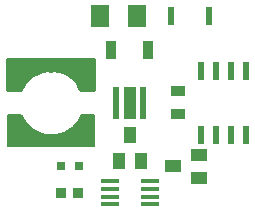
<source format=gtp>
G75*
%MOIN*%
%OFA0B0*%
%FSLAX25Y25*%
%IPPOS*%
%LPD*%
%AMOC8*
5,1,8,0,0,1.08239X$1,22.5*
%
%ADD10R,0.05118X0.03543*%
%ADD11R,0.02165X0.05906*%
%ADD12R,0.03937X0.05512*%
%ADD13R,0.02165X0.11024*%
%ADD14R,0.03937X0.11024*%
%ADD15R,0.05000X0.05000*%
%ADD16C,0.01200*%
%ADD17C,0.00160*%
%ADD18C,0.00500*%
%ADD19R,0.06299X0.07480*%
%ADD20R,0.03543X0.06299*%
%ADD21R,0.06299X0.01181*%
%ADD22R,0.03740X0.03740*%
%ADD23R,0.03150X0.03150*%
%ADD24R,0.05512X0.03937*%
D10*
X0140500Y0060510D03*
X0140500Y0067990D03*
D11*
X0148000Y0074880D03*
X0153000Y0074880D03*
X0158000Y0074880D03*
X0163000Y0074880D03*
X0150648Y0093000D03*
X0137852Y0093000D03*
X0148000Y0053620D03*
X0153000Y0053620D03*
X0158000Y0053620D03*
X0163000Y0053620D03*
D12*
X0127990Y0044919D03*
X0120510Y0044919D03*
X0124250Y0053581D03*
D13*
X0119821Y0064250D03*
X0128679Y0064250D03*
D14*
X0124250Y0064250D03*
D15*
X0086189Y0052439D03*
X0086189Y0076061D03*
D16*
X0083630Y0075580D02*
X0112370Y0075580D01*
X0112370Y0074382D02*
X0102905Y0074382D01*
X0103121Y0074303D02*
X0101891Y0074749D01*
X0100606Y0074997D01*
X0099299Y0075041D01*
X0098000Y0074880D01*
X0096694Y0075088D01*
X0095371Y0075080D01*
X0094068Y0074854D01*
X0092819Y0074418D01*
X0091659Y0073783D01*
X0090619Y0072966D01*
X0089727Y0071989D01*
X0089007Y0070879D01*
X0088479Y0069667D01*
X0088157Y0068384D01*
X0083630Y0068384D01*
X0083630Y0078620D01*
X0112370Y0078620D01*
X0112370Y0068384D01*
X0107843Y0068384D01*
X0107480Y0069641D01*
X0106926Y0070826D01*
X0106192Y0071910D01*
X0105299Y0072866D01*
X0104267Y0073670D01*
X0103121Y0074303D01*
X0104892Y0073183D02*
X0112370Y0073183D01*
X0112370Y0071984D02*
X0106123Y0071984D01*
X0106945Y0070786D02*
X0112370Y0070786D01*
X0112370Y0069587D02*
X0107496Y0069587D01*
X0107841Y0068389D02*
X0112370Y0068389D01*
X0112370Y0076779D02*
X0083630Y0076779D01*
X0083630Y0077977D02*
X0112370Y0077977D01*
X0092753Y0074382D02*
X0083630Y0074382D01*
X0083630Y0073183D02*
X0090896Y0073183D01*
X0089724Y0071984D02*
X0083630Y0071984D01*
X0083630Y0070786D02*
X0088967Y0070786D01*
X0088459Y0069587D02*
X0083630Y0069587D01*
X0083630Y0068389D02*
X0088159Y0068389D01*
D17*
X0086896Y0059607D02*
X0088223Y0060165D01*
X0088328Y0059927D01*
X0088440Y0059692D01*
X0088556Y0059460D01*
X0088679Y0059231D01*
X0088807Y0059005D01*
X0088941Y0058782D01*
X0089080Y0058562D01*
X0089224Y0058346D01*
X0089374Y0058133D01*
X0089528Y0057924D01*
X0089688Y0057719D01*
X0089853Y0057518D01*
X0090022Y0057321D01*
X0090196Y0057128D01*
X0090375Y0056940D01*
X0090559Y0056756D01*
X0090747Y0056576D01*
X0090939Y0056401D01*
X0091136Y0056231D01*
X0091336Y0056066D01*
X0091541Y0055905D01*
X0091749Y0055750D01*
X0091961Y0055600D01*
X0092177Y0055454D01*
X0092396Y0055315D01*
X0092618Y0055180D01*
X0092844Y0055052D01*
X0093073Y0054928D01*
X0093305Y0054810D01*
X0093539Y0054698D01*
X0093776Y0054592D01*
X0094016Y0054492D01*
X0094258Y0054397D01*
X0094503Y0054308D01*
X0094749Y0054226D01*
X0094997Y0054149D01*
X0095248Y0054079D01*
X0095499Y0054014D01*
X0095753Y0053956D01*
X0096007Y0053904D01*
X0096263Y0053858D01*
X0096520Y0053818D01*
X0096778Y0053785D01*
X0097037Y0053758D01*
X0097296Y0053737D01*
X0097555Y0053723D01*
X0097815Y0053715D01*
X0098075Y0053713D01*
X0098335Y0053718D01*
X0098594Y0053729D01*
X0098854Y0053746D01*
X0099113Y0053770D01*
X0099371Y0053800D01*
X0099628Y0053836D01*
X0099885Y0053878D01*
X0100140Y0053927D01*
X0100394Y0053982D01*
X0100647Y0054043D01*
X0100898Y0054110D01*
X0101147Y0054184D01*
X0101395Y0054263D01*
X0101640Y0054349D01*
X0101883Y0054440D01*
X0102125Y0054537D01*
X0102363Y0054640D01*
X0102599Y0054749D01*
X0102832Y0054864D01*
X0103063Y0054984D01*
X0103290Y0055110D01*
X0103514Y0055242D01*
X0103735Y0055378D01*
X0103953Y0055521D01*
X0104167Y0055668D01*
X0104377Y0055821D01*
X0104584Y0055978D01*
X0104787Y0056141D01*
X0104985Y0056309D01*
X0105180Y0056481D01*
X0105370Y0056658D01*
X0105556Y0056840D01*
X0105738Y0057026D01*
X0105914Y0057217D01*
X0106087Y0057411D01*
X0106254Y0057610D01*
X0106416Y0057813D01*
X0106574Y0058020D01*
X0106726Y0058231D01*
X0106873Y0058445D01*
X0107015Y0058663D01*
X0107151Y0058884D01*
X0107283Y0059108D01*
X0107408Y0059336D01*
X0107528Y0059567D01*
X0107642Y0059800D01*
X0107751Y0060036D01*
X0107854Y0060275D01*
X0109187Y0059732D01*
X0109071Y0059460D01*
X0108948Y0059192D01*
X0108818Y0058927D01*
X0108682Y0058665D01*
X0108540Y0058406D01*
X0108391Y0058151D01*
X0108236Y0057899D01*
X0108075Y0057652D01*
X0107908Y0057408D01*
X0107735Y0057169D01*
X0107557Y0056934D01*
X0107372Y0056703D01*
X0107182Y0056477D01*
X0106987Y0056256D01*
X0106786Y0056039D01*
X0106580Y0055828D01*
X0106369Y0055621D01*
X0106153Y0055420D01*
X0105932Y0055224D01*
X0105707Y0055033D01*
X0105477Y0054848D01*
X0105242Y0054669D01*
X0105003Y0054496D01*
X0104760Y0054328D01*
X0104513Y0054166D01*
X0104262Y0054011D01*
X0104007Y0053861D01*
X0103749Y0053718D01*
X0103487Y0053581D01*
X0103222Y0053451D01*
X0102954Y0053327D01*
X0102683Y0053210D01*
X0102409Y0053099D01*
X0102133Y0052995D01*
X0101854Y0052898D01*
X0101573Y0052808D01*
X0101290Y0052725D01*
X0101005Y0052648D01*
X0100718Y0052579D01*
X0100429Y0052516D01*
X0100139Y0052461D01*
X0099848Y0052413D01*
X0099555Y0052371D01*
X0099262Y0052337D01*
X0098968Y0052311D01*
X0098673Y0052291D01*
X0098378Y0052278D01*
X0098083Y0052273D01*
X0097788Y0052275D01*
X0097493Y0052284D01*
X0097198Y0052301D01*
X0096903Y0052324D01*
X0096610Y0052355D01*
X0096317Y0052393D01*
X0096025Y0052438D01*
X0095734Y0052490D01*
X0095445Y0052549D01*
X0095157Y0052615D01*
X0094871Y0052689D01*
X0094587Y0052769D01*
X0094305Y0052856D01*
X0094025Y0052950D01*
X0093748Y0053051D01*
X0093473Y0053158D01*
X0093200Y0053272D01*
X0092931Y0053393D01*
X0092664Y0053521D01*
X0092401Y0053654D01*
X0092141Y0053795D01*
X0091885Y0053941D01*
X0091632Y0054094D01*
X0091383Y0054253D01*
X0091138Y0054418D01*
X0090898Y0054588D01*
X0090661Y0054765D01*
X0090429Y0054947D01*
X0090201Y0055135D01*
X0089978Y0055329D01*
X0089760Y0055528D01*
X0089546Y0055732D01*
X0089338Y0055941D01*
X0089135Y0056155D01*
X0088937Y0056375D01*
X0088745Y0056599D01*
X0088558Y0056827D01*
X0088376Y0057060D01*
X0088201Y0057298D01*
X0088031Y0057539D01*
X0087867Y0057785D01*
X0087710Y0058035D01*
X0087558Y0058288D01*
X0087413Y0058545D01*
X0087274Y0058806D01*
X0087141Y0059069D01*
X0087015Y0059336D01*
X0086895Y0059606D01*
X0087035Y0059665D01*
X0087153Y0059398D01*
X0087277Y0059135D01*
X0087408Y0058874D01*
X0087546Y0058617D01*
X0087689Y0058363D01*
X0087839Y0058113D01*
X0087994Y0057866D01*
X0088156Y0057624D01*
X0088324Y0057385D01*
X0088497Y0057151D01*
X0088676Y0056921D01*
X0088861Y0056695D01*
X0089051Y0056474D01*
X0089246Y0056257D01*
X0089447Y0056046D01*
X0089652Y0055839D01*
X0089863Y0055638D01*
X0090079Y0055441D01*
X0090299Y0055250D01*
X0090524Y0055065D01*
X0090753Y0054885D01*
X0090987Y0054710D01*
X0091225Y0054542D01*
X0091467Y0054379D01*
X0091712Y0054222D01*
X0091962Y0054071D01*
X0092215Y0053926D01*
X0092472Y0053788D01*
X0092732Y0053656D01*
X0092995Y0053530D01*
X0093261Y0053411D01*
X0093530Y0053298D01*
X0093801Y0053192D01*
X0094075Y0053092D01*
X0094352Y0053000D01*
X0094630Y0052914D01*
X0094911Y0052834D01*
X0095193Y0052762D01*
X0095477Y0052697D01*
X0095763Y0052638D01*
X0096050Y0052587D01*
X0096338Y0052542D01*
X0096627Y0052505D01*
X0096917Y0052475D01*
X0097208Y0052451D01*
X0097499Y0052435D01*
X0097791Y0052426D01*
X0098082Y0052424D01*
X0098374Y0052429D01*
X0098665Y0052442D01*
X0098956Y0052461D01*
X0099246Y0052488D01*
X0099536Y0052521D01*
X0099825Y0052562D01*
X0100112Y0052610D01*
X0100399Y0052664D01*
X0100684Y0052726D01*
X0100967Y0052794D01*
X0101249Y0052870D01*
X0101528Y0052952D01*
X0101806Y0053041D01*
X0102081Y0053137D01*
X0102354Y0053240D01*
X0102625Y0053349D01*
X0102892Y0053465D01*
X0103157Y0053587D01*
X0103418Y0053716D01*
X0103677Y0053851D01*
X0103932Y0053992D01*
X0104183Y0054140D01*
X0104431Y0054293D01*
X0104675Y0054453D01*
X0104915Y0054618D01*
X0105151Y0054790D01*
X0105383Y0054967D01*
X0105610Y0055149D01*
X0105833Y0055338D01*
X0106051Y0055531D01*
X0106264Y0055730D01*
X0106473Y0055934D01*
X0106676Y0056143D01*
X0106874Y0056356D01*
X0107067Y0056575D01*
X0107255Y0056798D01*
X0107437Y0057026D01*
X0107613Y0057258D01*
X0107784Y0057495D01*
X0107949Y0057735D01*
X0108108Y0057979D01*
X0108261Y0058228D01*
X0108408Y0058480D01*
X0108548Y0058735D01*
X0108683Y0058994D01*
X0108811Y0059256D01*
X0108932Y0059521D01*
X0109048Y0059789D01*
X0108908Y0059846D01*
X0108794Y0059581D01*
X0108674Y0059319D01*
X0108548Y0059061D01*
X0108415Y0058805D01*
X0108276Y0058553D01*
X0108131Y0058305D01*
X0107980Y0058060D01*
X0107823Y0057818D01*
X0107660Y0057581D01*
X0107492Y0057347D01*
X0107317Y0057118D01*
X0107138Y0056893D01*
X0106952Y0056673D01*
X0106762Y0056457D01*
X0106566Y0056246D01*
X0106365Y0056040D01*
X0106160Y0055839D01*
X0105949Y0055642D01*
X0105734Y0055451D01*
X0105514Y0055266D01*
X0105289Y0055085D01*
X0105061Y0054911D01*
X0104828Y0054741D01*
X0104591Y0054578D01*
X0104350Y0054420D01*
X0104105Y0054269D01*
X0103857Y0054123D01*
X0103605Y0053984D01*
X0103350Y0053850D01*
X0103092Y0053723D01*
X0102830Y0053603D01*
X0102566Y0053488D01*
X0102299Y0053381D01*
X0102030Y0053279D01*
X0101758Y0053185D01*
X0101484Y0053097D01*
X0101208Y0053015D01*
X0100929Y0052941D01*
X0100650Y0052873D01*
X0100368Y0052812D01*
X0100086Y0052758D01*
X0099802Y0052711D01*
X0099517Y0052671D01*
X0099231Y0052638D01*
X0098944Y0052612D01*
X0098657Y0052592D01*
X0098369Y0052580D01*
X0098081Y0052575D01*
X0097793Y0052577D01*
X0097506Y0052586D01*
X0097218Y0052602D01*
X0096931Y0052625D01*
X0096645Y0052655D01*
X0096360Y0052692D01*
X0096075Y0052736D01*
X0095792Y0052786D01*
X0095510Y0052844D01*
X0095229Y0052909D01*
X0094950Y0052980D01*
X0094673Y0053058D01*
X0094398Y0053143D01*
X0094125Y0053235D01*
X0093855Y0053333D01*
X0093587Y0053438D01*
X0093321Y0053549D01*
X0093058Y0053667D01*
X0092799Y0053791D01*
X0092542Y0053922D01*
X0092289Y0054058D01*
X0092039Y0054201D01*
X0091792Y0054350D01*
X0091550Y0054505D01*
X0091311Y0054665D01*
X0091076Y0054832D01*
X0090845Y0055004D01*
X0090619Y0055182D01*
X0090397Y0055365D01*
X0090179Y0055554D01*
X0089967Y0055748D01*
X0089759Y0055947D01*
X0089556Y0056151D01*
X0089357Y0056359D01*
X0089165Y0056573D01*
X0088977Y0056791D01*
X0088795Y0057014D01*
X0088618Y0057241D01*
X0088447Y0057473D01*
X0088281Y0057708D01*
X0088122Y0057948D01*
X0087968Y0058191D01*
X0087820Y0058438D01*
X0087678Y0058689D01*
X0087543Y0058943D01*
X0087413Y0059200D01*
X0087290Y0059460D01*
X0087174Y0059723D01*
X0087313Y0059782D01*
X0087428Y0059522D01*
X0087550Y0059265D01*
X0087677Y0059011D01*
X0087811Y0058761D01*
X0087951Y0058513D01*
X0088097Y0058270D01*
X0088249Y0058029D01*
X0088406Y0057793D01*
X0088570Y0057560D01*
X0088739Y0057332D01*
X0088913Y0057108D01*
X0089093Y0056888D01*
X0089278Y0056672D01*
X0089469Y0056461D01*
X0089664Y0056255D01*
X0089865Y0056054D01*
X0090070Y0055858D01*
X0090280Y0055666D01*
X0090495Y0055480D01*
X0090714Y0055299D01*
X0090938Y0055124D01*
X0091165Y0054954D01*
X0091397Y0054789D01*
X0091633Y0054631D01*
X0091873Y0054478D01*
X0092116Y0054331D01*
X0092362Y0054190D01*
X0092613Y0054055D01*
X0092866Y0053926D01*
X0093122Y0053804D01*
X0093382Y0053688D01*
X0093644Y0053578D01*
X0093908Y0053474D01*
X0094175Y0053377D01*
X0094445Y0053287D01*
X0094716Y0053203D01*
X0094990Y0053126D01*
X0095265Y0053055D01*
X0095542Y0052992D01*
X0095820Y0052935D01*
X0096100Y0052885D01*
X0096381Y0052841D01*
X0096663Y0052805D01*
X0096945Y0052775D01*
X0097229Y0052753D01*
X0097512Y0052737D01*
X0097796Y0052728D01*
X0098080Y0052726D01*
X0098365Y0052731D01*
X0098648Y0052743D01*
X0098932Y0052762D01*
X0099215Y0052788D01*
X0099497Y0052821D01*
X0099779Y0052860D01*
X0100059Y0052907D01*
X0100338Y0052960D01*
X0100616Y0053020D01*
X0100892Y0053087D01*
X0101166Y0053161D01*
X0101439Y0053241D01*
X0101710Y0053328D01*
X0101978Y0053421D01*
X0102244Y0053521D01*
X0102507Y0053628D01*
X0102768Y0053740D01*
X0103026Y0053859D01*
X0103281Y0053985D01*
X0103533Y0054116D01*
X0103782Y0054254D01*
X0104027Y0054398D01*
X0104268Y0054548D01*
X0104506Y0054703D01*
X0104740Y0054864D01*
X0104970Y0055031D01*
X0105196Y0055204D01*
X0105417Y0055382D01*
X0105634Y0055565D01*
X0105847Y0055754D01*
X0106055Y0055947D01*
X0106258Y0056146D01*
X0106456Y0056350D01*
X0106650Y0056558D01*
X0106838Y0056771D01*
X0107020Y0056989D01*
X0107198Y0057210D01*
X0107370Y0057437D01*
X0107536Y0057667D01*
X0107697Y0057901D01*
X0107852Y0058140D01*
X0108001Y0058381D01*
X0108144Y0058627D01*
X0108281Y0058876D01*
X0108412Y0059128D01*
X0108537Y0059383D01*
X0108656Y0059641D01*
X0108768Y0059903D01*
X0108628Y0059960D01*
X0108517Y0059702D01*
X0108400Y0059447D01*
X0108277Y0059195D01*
X0108148Y0058946D01*
X0108012Y0058701D01*
X0107871Y0058458D01*
X0107724Y0058220D01*
X0107571Y0057985D01*
X0107412Y0057753D01*
X0107248Y0057526D01*
X0107078Y0057303D01*
X0106903Y0057084D01*
X0106723Y0056869D01*
X0106537Y0056659D01*
X0106346Y0056453D01*
X0106151Y0056252D01*
X0105950Y0056056D01*
X0105745Y0055865D01*
X0105535Y0055679D01*
X0105321Y0055498D01*
X0105102Y0055322D01*
X0104879Y0055152D01*
X0104652Y0054987D01*
X0104421Y0054828D01*
X0104187Y0054675D01*
X0103948Y0054527D01*
X0103706Y0054385D01*
X0103461Y0054249D01*
X0103212Y0054119D01*
X0102961Y0053996D01*
X0102706Y0053878D01*
X0102449Y0053767D01*
X0102189Y0053662D01*
X0101926Y0053563D01*
X0101661Y0053471D01*
X0101394Y0053385D01*
X0101125Y0053306D01*
X0100854Y0053233D01*
X0100582Y0053167D01*
X0100308Y0053108D01*
X0100032Y0053055D01*
X0099756Y0053010D01*
X0099478Y0052970D01*
X0099199Y0052938D01*
X0098920Y0052913D01*
X0098640Y0052894D01*
X0098360Y0052882D01*
X0098080Y0052877D01*
X0097799Y0052879D01*
X0097519Y0052888D01*
X0097239Y0052903D01*
X0096959Y0052926D01*
X0096680Y0052955D01*
X0096402Y0052991D01*
X0096125Y0053033D01*
X0095849Y0053083D01*
X0095574Y0053139D01*
X0095301Y0053202D01*
X0095029Y0053272D01*
X0094759Y0053348D01*
X0094491Y0053431D01*
X0094225Y0053520D01*
X0093962Y0053615D01*
X0093701Y0053718D01*
X0093442Y0053826D01*
X0093186Y0053941D01*
X0092933Y0054062D01*
X0092683Y0054189D01*
X0092436Y0054322D01*
X0092193Y0054461D01*
X0091953Y0054606D01*
X0091716Y0054757D01*
X0091483Y0054913D01*
X0091255Y0055076D01*
X0091030Y0055243D01*
X0090809Y0055416D01*
X0090593Y0055595D01*
X0090381Y0055779D01*
X0090174Y0055967D01*
X0089971Y0056161D01*
X0089773Y0056360D01*
X0089580Y0056563D01*
X0089392Y0056772D01*
X0089209Y0056984D01*
X0089032Y0057201D01*
X0088859Y0057423D01*
X0088693Y0057648D01*
X0088531Y0057878D01*
X0088376Y0058111D01*
X0088226Y0058348D01*
X0088082Y0058589D01*
X0087944Y0058833D01*
X0087812Y0059080D01*
X0087686Y0059331D01*
X0087566Y0059584D01*
X0087452Y0059841D01*
X0087591Y0059899D01*
X0087704Y0059646D01*
X0087822Y0059396D01*
X0087946Y0059149D01*
X0088077Y0058905D01*
X0088213Y0058664D01*
X0088355Y0058426D01*
X0088503Y0058192D01*
X0088657Y0057962D01*
X0088816Y0057736D01*
X0088980Y0057513D01*
X0089150Y0057295D01*
X0089326Y0057081D01*
X0089506Y0056871D01*
X0089691Y0056665D01*
X0089882Y0056465D01*
X0090077Y0056269D01*
X0090277Y0056077D01*
X0090482Y0055891D01*
X0090691Y0055710D01*
X0090904Y0055534D01*
X0091122Y0055363D01*
X0091344Y0055197D01*
X0091570Y0055037D01*
X0091799Y0054883D01*
X0092033Y0054734D01*
X0092270Y0054591D01*
X0092510Y0054454D01*
X0092753Y0054322D01*
X0093000Y0054197D01*
X0093250Y0054078D01*
X0093502Y0053964D01*
X0093758Y0053857D01*
X0094015Y0053757D01*
X0094275Y0053662D01*
X0094538Y0053574D01*
X0094802Y0053493D01*
X0095069Y0053417D01*
X0095337Y0053349D01*
X0095606Y0053287D01*
X0095878Y0053231D01*
X0096150Y0053182D01*
X0096423Y0053140D01*
X0096698Y0053105D01*
X0096973Y0053076D01*
X0097249Y0053054D01*
X0097525Y0053039D01*
X0097802Y0053030D01*
X0098079Y0053028D01*
X0098355Y0053033D01*
X0098632Y0053045D01*
X0098908Y0053063D01*
X0099184Y0053088D01*
X0099459Y0053120D01*
X0099733Y0053159D01*
X0100006Y0053204D01*
X0100277Y0053256D01*
X0100548Y0053314D01*
X0100817Y0053380D01*
X0101084Y0053451D01*
X0101350Y0053529D01*
X0101613Y0053614D01*
X0101875Y0053705D01*
X0102134Y0053802D01*
X0102390Y0053906D01*
X0102644Y0054016D01*
X0102895Y0054132D01*
X0103144Y0054254D01*
X0103389Y0054382D01*
X0103631Y0054516D01*
X0103870Y0054656D01*
X0104105Y0054802D01*
X0104337Y0054953D01*
X0104565Y0055110D01*
X0104789Y0055273D01*
X0105009Y0055441D01*
X0105224Y0055614D01*
X0105436Y0055793D01*
X0105643Y0055976D01*
X0105845Y0056165D01*
X0106043Y0056358D01*
X0106236Y0056557D01*
X0106425Y0056759D01*
X0106608Y0056967D01*
X0106786Y0057179D01*
X0106959Y0057395D01*
X0107126Y0057615D01*
X0107288Y0057840D01*
X0107445Y0058068D01*
X0107596Y0058300D01*
X0107741Y0058535D01*
X0107881Y0058774D01*
X0108014Y0059017D01*
X0108142Y0059262D01*
X0108263Y0059511D01*
X0108379Y0059762D01*
X0108488Y0060016D01*
X0108348Y0060073D01*
X0108240Y0059823D01*
X0108126Y0059575D01*
X0108006Y0059329D01*
X0107881Y0059087D01*
X0107749Y0058848D01*
X0107611Y0058612D01*
X0107468Y0058380D01*
X0107319Y0058151D01*
X0107164Y0057926D01*
X0107004Y0057704D01*
X0106839Y0057487D01*
X0106669Y0057274D01*
X0106493Y0057065D01*
X0106312Y0056860D01*
X0106126Y0056660D01*
X0105936Y0056464D01*
X0105741Y0056274D01*
X0105541Y0056088D01*
X0105337Y0055906D01*
X0105128Y0055730D01*
X0104915Y0055559D01*
X0104698Y0055394D01*
X0104477Y0055233D01*
X0104252Y0055078D01*
X0104024Y0054929D01*
X0103792Y0054785D01*
X0103556Y0054647D01*
X0103317Y0054515D01*
X0103075Y0054388D01*
X0102830Y0054268D01*
X0102582Y0054153D01*
X0102332Y0054045D01*
X0102078Y0053943D01*
X0101823Y0053847D01*
X0101565Y0053757D01*
X0101305Y0053674D01*
X0101043Y0053596D01*
X0100779Y0053526D01*
X0100514Y0053462D01*
X0100247Y0053404D01*
X0099979Y0053353D01*
X0099710Y0053308D01*
X0099439Y0053270D01*
X0099168Y0053239D01*
X0098896Y0053214D01*
X0098624Y0053196D01*
X0098351Y0053184D01*
X0098078Y0053179D01*
X0097805Y0053181D01*
X0097532Y0053189D01*
X0097259Y0053205D01*
X0096987Y0053226D01*
X0096716Y0053255D01*
X0096445Y0053290D01*
X0096175Y0053331D01*
X0095906Y0053379D01*
X0095639Y0053434D01*
X0095373Y0053495D01*
X0095108Y0053563D01*
X0094845Y0053637D01*
X0094584Y0053718D01*
X0094326Y0053805D01*
X0094069Y0053898D01*
X0093815Y0053997D01*
X0093563Y0054103D01*
X0093314Y0054214D01*
X0093067Y0054332D01*
X0092824Y0054456D01*
X0092584Y0054585D01*
X0092346Y0054721D01*
X0092113Y0054862D01*
X0091883Y0055009D01*
X0091656Y0055161D01*
X0091433Y0055319D01*
X0091214Y0055482D01*
X0091000Y0055651D01*
X0090789Y0055825D01*
X0090583Y0056003D01*
X0090381Y0056187D01*
X0090183Y0056376D01*
X0089991Y0056569D01*
X0089803Y0056768D01*
X0089620Y0056970D01*
X0089442Y0057177D01*
X0089269Y0057388D01*
X0089101Y0057604D01*
X0088939Y0057823D01*
X0088782Y0058047D01*
X0088630Y0058274D01*
X0088484Y0058505D01*
X0088344Y0058739D01*
X0088209Y0058977D01*
X0088081Y0059217D01*
X0087958Y0059461D01*
X0087841Y0059708D01*
X0087731Y0059958D01*
X0087870Y0060016D01*
X0087979Y0059770D01*
X0088094Y0059527D01*
X0088215Y0059286D01*
X0088342Y0059048D01*
X0088475Y0058814D01*
X0088613Y0058583D01*
X0088757Y0058355D01*
X0088907Y0058131D01*
X0089062Y0057911D01*
X0089222Y0057694D01*
X0089387Y0057482D01*
X0089558Y0057274D01*
X0089734Y0057069D01*
X0089914Y0056870D01*
X0090099Y0056674D01*
X0090290Y0056483D01*
X0090484Y0056297D01*
X0090683Y0056116D01*
X0090887Y0055940D01*
X0091095Y0055768D01*
X0091307Y0055602D01*
X0091523Y0055441D01*
X0091742Y0055285D01*
X0091966Y0055135D01*
X0092193Y0054990D01*
X0092423Y0054851D01*
X0092657Y0054717D01*
X0092894Y0054589D01*
X0093134Y0054467D01*
X0093377Y0054351D01*
X0093623Y0054241D01*
X0093872Y0054137D01*
X0094122Y0054039D01*
X0094376Y0053947D01*
X0094631Y0053861D01*
X0094888Y0053782D01*
X0095148Y0053709D01*
X0095408Y0053642D01*
X0095671Y0053582D01*
X0095935Y0053528D01*
X0096200Y0053480D01*
X0096466Y0053439D01*
X0096733Y0053405D01*
X0097001Y0053377D01*
X0097270Y0053355D01*
X0097538Y0053340D01*
X0097808Y0053332D01*
X0098077Y0053330D01*
X0098346Y0053335D01*
X0098615Y0053346D01*
X0098884Y0053364D01*
X0099152Y0053389D01*
X0099420Y0053420D01*
X0099687Y0053457D01*
X0099952Y0053501D01*
X0100217Y0053552D01*
X0100480Y0053609D01*
X0100742Y0053672D01*
X0101002Y0053742D01*
X0101260Y0053818D01*
X0101517Y0053900D01*
X0101771Y0053989D01*
X0102023Y0054083D01*
X0102273Y0054184D01*
X0102520Y0054291D01*
X0102765Y0054404D01*
X0103007Y0054523D01*
X0103245Y0054648D01*
X0103481Y0054778D01*
X0103713Y0054914D01*
X0103942Y0055056D01*
X0104168Y0055203D01*
X0104389Y0055356D01*
X0104607Y0055514D01*
X0104821Y0055678D01*
X0105031Y0055846D01*
X0105237Y0056020D01*
X0105439Y0056199D01*
X0105636Y0056382D01*
X0105829Y0056571D01*
X0106016Y0056764D01*
X0106200Y0056961D01*
X0106378Y0057163D01*
X0106551Y0057369D01*
X0106720Y0057579D01*
X0106883Y0057794D01*
X0107040Y0058012D01*
X0107193Y0058234D01*
X0107340Y0058460D01*
X0107481Y0058689D01*
X0107617Y0058922D01*
X0107747Y0059157D01*
X0107871Y0059396D01*
X0107990Y0059638D01*
X0108102Y0059883D01*
X0108209Y0060130D01*
X0108069Y0060187D01*
X0107964Y0059943D01*
X0107853Y0059702D01*
X0107736Y0059464D01*
X0107613Y0059228D01*
X0107485Y0058995D01*
X0107351Y0058766D01*
X0107212Y0058540D01*
X0107067Y0058317D01*
X0106916Y0058098D01*
X0106761Y0057883D01*
X0106600Y0057672D01*
X0106434Y0057464D01*
X0106263Y0057261D01*
X0106087Y0057062D01*
X0105907Y0056867D01*
X0105721Y0056677D01*
X0105531Y0056491D01*
X0105337Y0056310D01*
X0105138Y0056134D01*
X0104935Y0055963D01*
X0104728Y0055796D01*
X0104517Y0055635D01*
X0104302Y0055479D01*
X0104083Y0055328D01*
X0103861Y0055183D01*
X0103635Y0055043D01*
X0103406Y0054909D01*
X0103173Y0054780D01*
X0102938Y0054657D01*
X0102699Y0054540D01*
X0102458Y0054429D01*
X0102215Y0054323D01*
X0101968Y0054224D01*
X0101720Y0054131D01*
X0101469Y0054043D01*
X0101216Y0053962D01*
X0100961Y0053887D01*
X0100704Y0053818D01*
X0100446Y0053756D01*
X0100187Y0053700D01*
X0099926Y0053650D01*
X0099664Y0053607D01*
X0099401Y0053570D01*
X0099137Y0053539D01*
X0098872Y0053515D01*
X0098607Y0053497D01*
X0098342Y0053486D01*
X0098076Y0053481D01*
X0097811Y0053483D01*
X0097545Y0053491D01*
X0097280Y0053506D01*
X0097015Y0053527D01*
X0096751Y0053555D01*
X0096487Y0053589D01*
X0096225Y0053629D01*
X0095963Y0053676D01*
X0095703Y0053729D01*
X0095444Y0053789D01*
X0095187Y0053855D01*
X0094931Y0053927D01*
X0094678Y0054005D01*
X0094426Y0054090D01*
X0094176Y0054180D01*
X0093929Y0054277D01*
X0093684Y0054380D01*
X0093441Y0054488D01*
X0093202Y0054603D01*
X0092965Y0054723D01*
X0092731Y0054849D01*
X0092500Y0054981D01*
X0092273Y0055118D01*
X0092049Y0055261D01*
X0091829Y0055409D01*
X0091612Y0055563D01*
X0091399Y0055721D01*
X0091190Y0055885D01*
X0090985Y0056054D01*
X0090784Y0056228D01*
X0090588Y0056407D01*
X0090396Y0056591D01*
X0090208Y0056779D01*
X0090025Y0056972D01*
X0089847Y0057169D01*
X0089674Y0057370D01*
X0089506Y0057576D01*
X0089343Y0057785D01*
X0089185Y0057999D01*
X0089032Y0058216D01*
X0088884Y0058437D01*
X0088742Y0058661D01*
X0088606Y0058889D01*
X0088475Y0059120D01*
X0088350Y0059355D01*
X0088230Y0059592D01*
X0088117Y0059832D01*
X0088009Y0060075D01*
X0088148Y0060133D01*
X0088254Y0059894D01*
X0088366Y0059657D01*
X0088484Y0059423D01*
X0088608Y0059192D01*
X0088737Y0058964D01*
X0088871Y0058740D01*
X0089012Y0058518D01*
X0089157Y0058300D01*
X0089308Y0058086D01*
X0089463Y0057876D01*
X0089624Y0057669D01*
X0089790Y0057466D01*
X0089961Y0057268D01*
X0090137Y0057074D01*
X0090317Y0056884D01*
X0090502Y0056698D01*
X0090691Y0056517D01*
X0090885Y0056341D01*
X0091083Y0056169D01*
X0091285Y0056003D01*
X0091491Y0055841D01*
X0091701Y0055684D01*
X0091915Y0055533D01*
X0092132Y0055387D01*
X0092353Y0055246D01*
X0092577Y0055111D01*
X0092805Y0054981D01*
X0093035Y0054857D01*
X0093269Y0054738D01*
X0093505Y0054625D01*
X0093744Y0054518D01*
X0093986Y0054417D01*
X0094230Y0054321D01*
X0094476Y0054232D01*
X0094724Y0054149D01*
X0094974Y0054071D01*
X0095226Y0054000D01*
X0095480Y0053935D01*
X0095735Y0053877D01*
X0095992Y0053824D01*
X0096250Y0053778D01*
X0096509Y0053738D01*
X0096769Y0053705D01*
X0097029Y0053677D01*
X0097290Y0053656D01*
X0097552Y0053642D01*
X0097813Y0053634D01*
X0098075Y0053632D01*
X0098337Y0053637D01*
X0098599Y0053648D01*
X0098860Y0053665D01*
X0099121Y0053689D01*
X0099381Y0053719D01*
X0099641Y0053756D01*
X0099899Y0053799D01*
X0100156Y0053848D01*
X0100412Y0053903D01*
X0100667Y0053965D01*
X0100920Y0054032D01*
X0101171Y0054106D01*
X0101421Y0054186D01*
X0101668Y0054272D01*
X0101913Y0054365D01*
X0102156Y0054463D01*
X0102396Y0054567D01*
X0102634Y0054676D01*
X0102869Y0054792D01*
X0103101Y0054913D01*
X0103331Y0055040D01*
X0103556Y0055172D01*
X0103779Y0055310D01*
X0103998Y0055454D01*
X0104214Y0055602D01*
X0104426Y0055756D01*
X0104634Y0055915D01*
X0104839Y0056079D01*
X0105039Y0056248D01*
X0105235Y0056421D01*
X0105426Y0056600D01*
X0105614Y0056783D01*
X0105797Y0056971D01*
X0105975Y0057163D01*
X0106148Y0057359D01*
X0106317Y0057559D01*
X0106480Y0057764D01*
X0106639Y0057972D01*
X0106792Y0058184D01*
X0106941Y0058400D01*
X0107084Y0058620D01*
X0107221Y0058843D01*
X0107353Y0059069D01*
X0107480Y0059298D01*
X0107601Y0059531D01*
X0107716Y0059766D01*
X0107825Y0060004D01*
X0107929Y0060244D01*
X0109104Y0068893D02*
X0107777Y0068335D01*
X0107672Y0068573D01*
X0107560Y0068808D01*
X0107444Y0069040D01*
X0107321Y0069269D01*
X0107193Y0069495D01*
X0107059Y0069718D01*
X0106920Y0069938D01*
X0106776Y0070154D01*
X0106626Y0070367D01*
X0106472Y0070576D01*
X0106312Y0070781D01*
X0106147Y0070982D01*
X0105978Y0071179D01*
X0105804Y0071372D01*
X0105625Y0071560D01*
X0105441Y0071744D01*
X0105253Y0071924D01*
X0105061Y0072099D01*
X0104864Y0072269D01*
X0104664Y0072434D01*
X0104459Y0072595D01*
X0104251Y0072750D01*
X0104039Y0072900D01*
X0103823Y0073046D01*
X0103604Y0073185D01*
X0103382Y0073320D01*
X0103156Y0073448D01*
X0102927Y0073572D01*
X0102695Y0073690D01*
X0102461Y0073802D01*
X0102224Y0073908D01*
X0101984Y0074008D01*
X0101742Y0074103D01*
X0101497Y0074192D01*
X0101251Y0074274D01*
X0101003Y0074351D01*
X0100752Y0074421D01*
X0100501Y0074486D01*
X0100247Y0074544D01*
X0099993Y0074596D01*
X0099737Y0074642D01*
X0099480Y0074682D01*
X0099222Y0074715D01*
X0098963Y0074742D01*
X0098704Y0074763D01*
X0098445Y0074777D01*
X0098185Y0074785D01*
X0097925Y0074787D01*
X0097665Y0074782D01*
X0097406Y0074771D01*
X0097146Y0074754D01*
X0096887Y0074730D01*
X0096629Y0074700D01*
X0096372Y0074664D01*
X0096115Y0074622D01*
X0095860Y0074573D01*
X0095606Y0074518D01*
X0095353Y0074457D01*
X0095102Y0074390D01*
X0094853Y0074316D01*
X0094605Y0074237D01*
X0094360Y0074151D01*
X0094117Y0074060D01*
X0093875Y0073963D01*
X0093637Y0073860D01*
X0093401Y0073751D01*
X0093168Y0073636D01*
X0092937Y0073516D01*
X0092710Y0073390D01*
X0092486Y0073258D01*
X0092265Y0073122D01*
X0092047Y0072979D01*
X0091833Y0072832D01*
X0091623Y0072679D01*
X0091416Y0072522D01*
X0091213Y0072359D01*
X0091015Y0072191D01*
X0090820Y0072019D01*
X0090630Y0071842D01*
X0090444Y0071660D01*
X0090262Y0071474D01*
X0090086Y0071283D01*
X0089913Y0071089D01*
X0089746Y0070890D01*
X0089584Y0070687D01*
X0089426Y0070480D01*
X0089274Y0070269D01*
X0089127Y0070055D01*
X0088985Y0069837D01*
X0088849Y0069616D01*
X0088717Y0069392D01*
X0088592Y0069164D01*
X0088472Y0068933D01*
X0088358Y0068700D01*
X0088249Y0068464D01*
X0088146Y0068225D01*
X0086813Y0068768D01*
X0086929Y0069040D01*
X0087052Y0069308D01*
X0087182Y0069573D01*
X0087318Y0069835D01*
X0087460Y0070094D01*
X0087609Y0070349D01*
X0087764Y0070601D01*
X0087925Y0070848D01*
X0088092Y0071092D01*
X0088265Y0071331D01*
X0088443Y0071566D01*
X0088628Y0071797D01*
X0088818Y0072023D01*
X0089013Y0072244D01*
X0089214Y0072461D01*
X0089420Y0072672D01*
X0089631Y0072879D01*
X0089847Y0073080D01*
X0090068Y0073276D01*
X0090293Y0073467D01*
X0090523Y0073652D01*
X0090758Y0073831D01*
X0090997Y0074004D01*
X0091240Y0074172D01*
X0091487Y0074334D01*
X0091738Y0074489D01*
X0091993Y0074639D01*
X0092251Y0074782D01*
X0092513Y0074919D01*
X0092778Y0075049D01*
X0093046Y0075173D01*
X0093317Y0075290D01*
X0093591Y0075401D01*
X0093867Y0075505D01*
X0094146Y0075602D01*
X0094427Y0075692D01*
X0094710Y0075775D01*
X0094995Y0075852D01*
X0095282Y0075921D01*
X0095571Y0075984D01*
X0095861Y0076039D01*
X0096152Y0076087D01*
X0096445Y0076129D01*
X0096738Y0076163D01*
X0097032Y0076189D01*
X0097327Y0076209D01*
X0097622Y0076222D01*
X0097917Y0076227D01*
X0098212Y0076225D01*
X0098507Y0076216D01*
X0098802Y0076199D01*
X0099097Y0076176D01*
X0099390Y0076145D01*
X0099683Y0076107D01*
X0099975Y0076062D01*
X0100266Y0076010D01*
X0100555Y0075951D01*
X0100843Y0075885D01*
X0101129Y0075811D01*
X0101413Y0075731D01*
X0101695Y0075644D01*
X0101975Y0075550D01*
X0102252Y0075449D01*
X0102527Y0075342D01*
X0102800Y0075228D01*
X0103069Y0075107D01*
X0103336Y0074979D01*
X0103599Y0074846D01*
X0103859Y0074705D01*
X0104115Y0074559D01*
X0104368Y0074406D01*
X0104617Y0074247D01*
X0104862Y0074082D01*
X0105102Y0073912D01*
X0105339Y0073735D01*
X0105571Y0073553D01*
X0105799Y0073365D01*
X0106022Y0073171D01*
X0106240Y0072972D01*
X0106454Y0072768D01*
X0106662Y0072559D01*
X0106865Y0072345D01*
X0107063Y0072125D01*
X0107255Y0071901D01*
X0107442Y0071673D01*
X0107624Y0071440D01*
X0107799Y0071202D01*
X0107969Y0070961D01*
X0108133Y0070715D01*
X0108290Y0070465D01*
X0108442Y0070212D01*
X0108587Y0069955D01*
X0108726Y0069694D01*
X0108859Y0069431D01*
X0108985Y0069164D01*
X0109105Y0068894D01*
X0108965Y0068835D01*
X0108847Y0069102D01*
X0108723Y0069365D01*
X0108592Y0069626D01*
X0108454Y0069883D01*
X0108311Y0070137D01*
X0108161Y0070387D01*
X0108006Y0070634D01*
X0107844Y0070876D01*
X0107676Y0071115D01*
X0107503Y0071349D01*
X0107324Y0071579D01*
X0107139Y0071805D01*
X0106949Y0072026D01*
X0106754Y0072243D01*
X0106553Y0072454D01*
X0106348Y0072661D01*
X0106137Y0072862D01*
X0105921Y0073059D01*
X0105701Y0073250D01*
X0105476Y0073435D01*
X0105247Y0073615D01*
X0105013Y0073790D01*
X0104775Y0073958D01*
X0104533Y0074121D01*
X0104288Y0074278D01*
X0104038Y0074429D01*
X0103785Y0074574D01*
X0103528Y0074712D01*
X0103268Y0074844D01*
X0103005Y0074970D01*
X0102739Y0075089D01*
X0102470Y0075202D01*
X0102199Y0075308D01*
X0101925Y0075408D01*
X0101648Y0075500D01*
X0101370Y0075586D01*
X0101089Y0075666D01*
X0100807Y0075738D01*
X0100523Y0075803D01*
X0100237Y0075862D01*
X0099950Y0075913D01*
X0099662Y0075958D01*
X0099373Y0075995D01*
X0099083Y0076025D01*
X0098792Y0076049D01*
X0098501Y0076065D01*
X0098209Y0076074D01*
X0097918Y0076076D01*
X0097626Y0076071D01*
X0097335Y0076058D01*
X0097044Y0076039D01*
X0096754Y0076012D01*
X0096464Y0075979D01*
X0096175Y0075938D01*
X0095888Y0075890D01*
X0095601Y0075836D01*
X0095316Y0075774D01*
X0095033Y0075706D01*
X0094751Y0075630D01*
X0094472Y0075548D01*
X0094194Y0075459D01*
X0093919Y0075363D01*
X0093646Y0075260D01*
X0093375Y0075151D01*
X0093108Y0075035D01*
X0092843Y0074913D01*
X0092582Y0074784D01*
X0092323Y0074649D01*
X0092068Y0074508D01*
X0091817Y0074360D01*
X0091569Y0074207D01*
X0091325Y0074047D01*
X0091085Y0073882D01*
X0090849Y0073710D01*
X0090617Y0073533D01*
X0090390Y0073351D01*
X0090167Y0073162D01*
X0089949Y0072969D01*
X0089736Y0072770D01*
X0089527Y0072566D01*
X0089324Y0072357D01*
X0089126Y0072144D01*
X0088933Y0071925D01*
X0088745Y0071702D01*
X0088563Y0071474D01*
X0088387Y0071242D01*
X0088216Y0071005D01*
X0088051Y0070765D01*
X0087892Y0070521D01*
X0087739Y0070272D01*
X0087592Y0070020D01*
X0087452Y0069765D01*
X0087317Y0069506D01*
X0087189Y0069244D01*
X0087068Y0068979D01*
X0086952Y0068711D01*
X0087092Y0068654D01*
X0087206Y0068919D01*
X0087326Y0069181D01*
X0087452Y0069439D01*
X0087585Y0069695D01*
X0087724Y0069947D01*
X0087869Y0070195D01*
X0088020Y0070440D01*
X0088177Y0070682D01*
X0088340Y0070919D01*
X0088508Y0071153D01*
X0088683Y0071382D01*
X0088862Y0071607D01*
X0089048Y0071827D01*
X0089238Y0072043D01*
X0089434Y0072254D01*
X0089635Y0072460D01*
X0089840Y0072661D01*
X0090051Y0072858D01*
X0090266Y0073049D01*
X0090486Y0073234D01*
X0090711Y0073415D01*
X0090939Y0073589D01*
X0091172Y0073759D01*
X0091409Y0073922D01*
X0091650Y0074080D01*
X0091895Y0074231D01*
X0092143Y0074377D01*
X0092395Y0074516D01*
X0092650Y0074650D01*
X0092908Y0074777D01*
X0093170Y0074897D01*
X0093434Y0075012D01*
X0093701Y0075119D01*
X0093970Y0075221D01*
X0094242Y0075315D01*
X0094516Y0075403D01*
X0094792Y0075485D01*
X0095071Y0075559D01*
X0095350Y0075627D01*
X0095632Y0075688D01*
X0095914Y0075742D01*
X0096198Y0075789D01*
X0096483Y0075829D01*
X0096769Y0075862D01*
X0097056Y0075888D01*
X0097343Y0075908D01*
X0097631Y0075920D01*
X0097919Y0075925D01*
X0098207Y0075923D01*
X0098494Y0075914D01*
X0098782Y0075898D01*
X0099069Y0075875D01*
X0099355Y0075845D01*
X0099640Y0075808D01*
X0099925Y0075764D01*
X0100208Y0075714D01*
X0100490Y0075656D01*
X0100771Y0075591D01*
X0101050Y0075520D01*
X0101327Y0075442D01*
X0101602Y0075357D01*
X0101875Y0075265D01*
X0102145Y0075167D01*
X0102413Y0075062D01*
X0102679Y0074951D01*
X0102942Y0074833D01*
X0103201Y0074709D01*
X0103458Y0074578D01*
X0103711Y0074442D01*
X0103961Y0074299D01*
X0104208Y0074150D01*
X0104450Y0073995D01*
X0104689Y0073835D01*
X0104924Y0073668D01*
X0105155Y0073496D01*
X0105381Y0073318D01*
X0105603Y0073135D01*
X0105821Y0072946D01*
X0106033Y0072752D01*
X0106241Y0072553D01*
X0106444Y0072349D01*
X0106643Y0072141D01*
X0106835Y0071927D01*
X0107023Y0071709D01*
X0107205Y0071486D01*
X0107382Y0071259D01*
X0107553Y0071027D01*
X0107719Y0070792D01*
X0107878Y0070552D01*
X0108032Y0070309D01*
X0108180Y0070062D01*
X0108322Y0069811D01*
X0108457Y0069557D01*
X0108587Y0069300D01*
X0108710Y0069040D01*
X0108826Y0068777D01*
X0108687Y0068718D01*
X0108572Y0068978D01*
X0108450Y0069235D01*
X0108323Y0069489D01*
X0108189Y0069739D01*
X0108049Y0069987D01*
X0107903Y0070230D01*
X0107751Y0070471D01*
X0107594Y0070707D01*
X0107430Y0070940D01*
X0107261Y0071168D01*
X0107087Y0071392D01*
X0106907Y0071612D01*
X0106722Y0071828D01*
X0106531Y0072039D01*
X0106336Y0072245D01*
X0106135Y0072446D01*
X0105930Y0072642D01*
X0105720Y0072834D01*
X0105505Y0073020D01*
X0105286Y0073201D01*
X0105062Y0073376D01*
X0104835Y0073546D01*
X0104603Y0073711D01*
X0104367Y0073869D01*
X0104127Y0074022D01*
X0103884Y0074169D01*
X0103638Y0074310D01*
X0103387Y0074445D01*
X0103134Y0074574D01*
X0102878Y0074696D01*
X0102618Y0074812D01*
X0102356Y0074922D01*
X0102092Y0075026D01*
X0101825Y0075123D01*
X0101555Y0075213D01*
X0101284Y0075297D01*
X0101010Y0075374D01*
X0100735Y0075445D01*
X0100458Y0075508D01*
X0100180Y0075565D01*
X0099900Y0075615D01*
X0099619Y0075659D01*
X0099337Y0075695D01*
X0099055Y0075725D01*
X0098771Y0075747D01*
X0098488Y0075763D01*
X0098204Y0075772D01*
X0097920Y0075774D01*
X0097635Y0075769D01*
X0097352Y0075757D01*
X0097068Y0075738D01*
X0096785Y0075712D01*
X0096503Y0075679D01*
X0096221Y0075640D01*
X0095941Y0075593D01*
X0095662Y0075540D01*
X0095384Y0075480D01*
X0095108Y0075413D01*
X0094834Y0075339D01*
X0094561Y0075259D01*
X0094290Y0075172D01*
X0094022Y0075079D01*
X0093756Y0074979D01*
X0093493Y0074872D01*
X0093232Y0074760D01*
X0092974Y0074641D01*
X0092719Y0074515D01*
X0092467Y0074384D01*
X0092218Y0074246D01*
X0091973Y0074102D01*
X0091732Y0073952D01*
X0091494Y0073797D01*
X0091260Y0073636D01*
X0091030Y0073469D01*
X0090804Y0073296D01*
X0090583Y0073118D01*
X0090366Y0072935D01*
X0090153Y0072746D01*
X0089945Y0072553D01*
X0089742Y0072354D01*
X0089544Y0072150D01*
X0089350Y0071942D01*
X0089162Y0071729D01*
X0088980Y0071511D01*
X0088802Y0071290D01*
X0088630Y0071063D01*
X0088464Y0070833D01*
X0088303Y0070599D01*
X0088148Y0070360D01*
X0087999Y0070119D01*
X0087856Y0069873D01*
X0087719Y0069624D01*
X0087588Y0069372D01*
X0087463Y0069117D01*
X0087344Y0068859D01*
X0087232Y0068597D01*
X0087372Y0068540D01*
X0087483Y0068798D01*
X0087600Y0069053D01*
X0087723Y0069305D01*
X0087852Y0069554D01*
X0087988Y0069799D01*
X0088129Y0070042D01*
X0088276Y0070280D01*
X0088429Y0070515D01*
X0088588Y0070747D01*
X0088752Y0070974D01*
X0088922Y0071197D01*
X0089097Y0071416D01*
X0089277Y0071631D01*
X0089463Y0071841D01*
X0089654Y0072047D01*
X0089849Y0072248D01*
X0090050Y0072444D01*
X0090255Y0072635D01*
X0090465Y0072821D01*
X0090679Y0073002D01*
X0090898Y0073178D01*
X0091121Y0073348D01*
X0091348Y0073513D01*
X0091579Y0073672D01*
X0091813Y0073825D01*
X0092052Y0073973D01*
X0092294Y0074115D01*
X0092539Y0074251D01*
X0092788Y0074381D01*
X0093039Y0074504D01*
X0093294Y0074622D01*
X0093551Y0074733D01*
X0093811Y0074838D01*
X0094074Y0074937D01*
X0094339Y0075029D01*
X0094606Y0075115D01*
X0094875Y0075194D01*
X0095146Y0075267D01*
X0095418Y0075333D01*
X0095692Y0075392D01*
X0095968Y0075445D01*
X0096244Y0075490D01*
X0096522Y0075530D01*
X0096801Y0075562D01*
X0097080Y0075587D01*
X0097360Y0075606D01*
X0097640Y0075618D01*
X0097920Y0075623D01*
X0098201Y0075621D01*
X0098481Y0075612D01*
X0098761Y0075597D01*
X0099041Y0075574D01*
X0099320Y0075545D01*
X0099598Y0075509D01*
X0099875Y0075467D01*
X0100151Y0075417D01*
X0100426Y0075361D01*
X0100699Y0075298D01*
X0100971Y0075228D01*
X0101241Y0075152D01*
X0101509Y0075069D01*
X0101775Y0074980D01*
X0102038Y0074885D01*
X0102299Y0074782D01*
X0102558Y0074674D01*
X0102814Y0074559D01*
X0103067Y0074438D01*
X0103317Y0074311D01*
X0103564Y0074178D01*
X0103807Y0074039D01*
X0104047Y0073894D01*
X0104284Y0073743D01*
X0104517Y0073587D01*
X0104745Y0073424D01*
X0104970Y0073257D01*
X0105191Y0073084D01*
X0105407Y0072905D01*
X0105619Y0072721D01*
X0105826Y0072533D01*
X0106029Y0072339D01*
X0106227Y0072140D01*
X0106420Y0071937D01*
X0106608Y0071728D01*
X0106791Y0071516D01*
X0106968Y0071299D01*
X0107141Y0071077D01*
X0107307Y0070852D01*
X0107469Y0070622D01*
X0107624Y0070389D01*
X0107774Y0070152D01*
X0107918Y0069911D01*
X0108056Y0069667D01*
X0108188Y0069420D01*
X0108314Y0069169D01*
X0108434Y0068916D01*
X0108548Y0068659D01*
X0108409Y0068601D01*
X0108296Y0068854D01*
X0108178Y0069104D01*
X0108054Y0069351D01*
X0107923Y0069595D01*
X0107787Y0069836D01*
X0107645Y0070074D01*
X0107497Y0070308D01*
X0107343Y0070538D01*
X0107184Y0070764D01*
X0107020Y0070987D01*
X0106850Y0071205D01*
X0106674Y0071419D01*
X0106494Y0071629D01*
X0106309Y0071835D01*
X0106118Y0072035D01*
X0105923Y0072231D01*
X0105723Y0072423D01*
X0105518Y0072609D01*
X0105309Y0072790D01*
X0105096Y0072966D01*
X0104878Y0073137D01*
X0104656Y0073303D01*
X0104430Y0073463D01*
X0104201Y0073617D01*
X0103967Y0073766D01*
X0103730Y0073909D01*
X0103490Y0074046D01*
X0103247Y0074178D01*
X0103000Y0074303D01*
X0102750Y0074422D01*
X0102498Y0074536D01*
X0102242Y0074643D01*
X0101985Y0074743D01*
X0101725Y0074838D01*
X0101462Y0074926D01*
X0101198Y0075007D01*
X0100931Y0075083D01*
X0100663Y0075151D01*
X0100394Y0075213D01*
X0100122Y0075269D01*
X0099850Y0075318D01*
X0099577Y0075360D01*
X0099302Y0075395D01*
X0099027Y0075424D01*
X0098751Y0075446D01*
X0098475Y0075461D01*
X0098198Y0075470D01*
X0097921Y0075472D01*
X0097645Y0075467D01*
X0097368Y0075455D01*
X0097092Y0075437D01*
X0096816Y0075412D01*
X0096541Y0075380D01*
X0096267Y0075341D01*
X0095994Y0075296D01*
X0095723Y0075244D01*
X0095452Y0075186D01*
X0095183Y0075120D01*
X0094916Y0075049D01*
X0094650Y0074971D01*
X0094387Y0074886D01*
X0094125Y0074795D01*
X0093866Y0074698D01*
X0093610Y0074594D01*
X0093356Y0074484D01*
X0093105Y0074368D01*
X0092856Y0074246D01*
X0092611Y0074118D01*
X0092369Y0073984D01*
X0092130Y0073844D01*
X0091895Y0073698D01*
X0091663Y0073547D01*
X0091435Y0073390D01*
X0091211Y0073227D01*
X0090991Y0073059D01*
X0090776Y0072886D01*
X0090564Y0072707D01*
X0090357Y0072524D01*
X0090155Y0072335D01*
X0089957Y0072142D01*
X0089764Y0071943D01*
X0089575Y0071741D01*
X0089392Y0071533D01*
X0089214Y0071321D01*
X0089041Y0071105D01*
X0088874Y0070885D01*
X0088712Y0070660D01*
X0088555Y0070432D01*
X0088404Y0070200D01*
X0088259Y0069965D01*
X0088119Y0069726D01*
X0087986Y0069483D01*
X0087858Y0069238D01*
X0087737Y0068989D01*
X0087621Y0068738D01*
X0087512Y0068484D01*
X0087652Y0068427D01*
X0087760Y0068677D01*
X0087874Y0068925D01*
X0087994Y0069171D01*
X0088119Y0069413D01*
X0088251Y0069652D01*
X0088389Y0069888D01*
X0088532Y0070120D01*
X0088681Y0070349D01*
X0088836Y0070574D01*
X0088996Y0070796D01*
X0089161Y0071013D01*
X0089331Y0071226D01*
X0089507Y0071435D01*
X0089688Y0071640D01*
X0089874Y0071840D01*
X0090064Y0072036D01*
X0090259Y0072226D01*
X0090459Y0072412D01*
X0090663Y0072594D01*
X0090872Y0072770D01*
X0091085Y0072941D01*
X0091302Y0073106D01*
X0091523Y0073267D01*
X0091748Y0073422D01*
X0091976Y0073571D01*
X0092208Y0073715D01*
X0092444Y0073853D01*
X0092683Y0073985D01*
X0092925Y0074112D01*
X0093170Y0074232D01*
X0093418Y0074347D01*
X0093668Y0074455D01*
X0093922Y0074557D01*
X0094177Y0074653D01*
X0094435Y0074743D01*
X0094695Y0074826D01*
X0094957Y0074904D01*
X0095221Y0074974D01*
X0095486Y0075038D01*
X0095753Y0075096D01*
X0096021Y0075147D01*
X0096290Y0075192D01*
X0096561Y0075230D01*
X0096832Y0075261D01*
X0097104Y0075286D01*
X0097376Y0075304D01*
X0097649Y0075316D01*
X0097922Y0075321D01*
X0098195Y0075319D01*
X0098468Y0075311D01*
X0098741Y0075295D01*
X0099013Y0075274D01*
X0099284Y0075245D01*
X0099555Y0075210D01*
X0099825Y0075169D01*
X0100094Y0075121D01*
X0100361Y0075066D01*
X0100627Y0075005D01*
X0100892Y0074937D01*
X0101155Y0074863D01*
X0101416Y0074782D01*
X0101674Y0074695D01*
X0101931Y0074602D01*
X0102185Y0074503D01*
X0102437Y0074397D01*
X0102686Y0074286D01*
X0102933Y0074168D01*
X0103176Y0074044D01*
X0103416Y0073915D01*
X0103654Y0073779D01*
X0103887Y0073638D01*
X0104117Y0073491D01*
X0104344Y0073339D01*
X0104567Y0073181D01*
X0104786Y0073018D01*
X0105000Y0072849D01*
X0105211Y0072675D01*
X0105417Y0072497D01*
X0105619Y0072313D01*
X0105817Y0072124D01*
X0106009Y0071931D01*
X0106197Y0071732D01*
X0106380Y0071530D01*
X0106558Y0071323D01*
X0106731Y0071112D01*
X0106899Y0070896D01*
X0107061Y0070677D01*
X0107218Y0070453D01*
X0107370Y0070226D01*
X0107516Y0069995D01*
X0107656Y0069761D01*
X0107791Y0069523D01*
X0107919Y0069283D01*
X0108042Y0069039D01*
X0108159Y0068792D01*
X0108269Y0068542D01*
X0108130Y0068484D01*
X0108021Y0068730D01*
X0107906Y0068973D01*
X0107785Y0069214D01*
X0107658Y0069452D01*
X0107525Y0069686D01*
X0107387Y0069917D01*
X0107243Y0070145D01*
X0107093Y0070369D01*
X0106938Y0070589D01*
X0106778Y0070806D01*
X0106613Y0071018D01*
X0106442Y0071226D01*
X0106266Y0071431D01*
X0106086Y0071630D01*
X0105901Y0071826D01*
X0105710Y0072017D01*
X0105516Y0072203D01*
X0105317Y0072384D01*
X0105113Y0072560D01*
X0104905Y0072732D01*
X0104693Y0072898D01*
X0104477Y0073059D01*
X0104258Y0073215D01*
X0104034Y0073365D01*
X0103807Y0073510D01*
X0103577Y0073649D01*
X0103343Y0073783D01*
X0103106Y0073911D01*
X0102866Y0074033D01*
X0102623Y0074149D01*
X0102377Y0074259D01*
X0102128Y0074363D01*
X0101878Y0074461D01*
X0101624Y0074553D01*
X0101369Y0074639D01*
X0101112Y0074718D01*
X0100852Y0074791D01*
X0100592Y0074858D01*
X0100329Y0074918D01*
X0100065Y0074972D01*
X0099800Y0075020D01*
X0099534Y0075061D01*
X0099267Y0075095D01*
X0098999Y0075123D01*
X0098730Y0075145D01*
X0098462Y0075160D01*
X0098192Y0075168D01*
X0097923Y0075170D01*
X0097654Y0075165D01*
X0097385Y0075154D01*
X0097116Y0075136D01*
X0096848Y0075111D01*
X0096580Y0075080D01*
X0096313Y0075043D01*
X0096048Y0074999D01*
X0095783Y0074948D01*
X0095520Y0074891D01*
X0095258Y0074828D01*
X0094998Y0074758D01*
X0094740Y0074682D01*
X0094483Y0074600D01*
X0094229Y0074511D01*
X0093977Y0074417D01*
X0093727Y0074316D01*
X0093480Y0074209D01*
X0093235Y0074096D01*
X0092993Y0073977D01*
X0092755Y0073852D01*
X0092519Y0073722D01*
X0092287Y0073586D01*
X0092058Y0073444D01*
X0091832Y0073297D01*
X0091611Y0073144D01*
X0091393Y0072986D01*
X0091179Y0072822D01*
X0090969Y0072654D01*
X0090763Y0072480D01*
X0090561Y0072301D01*
X0090364Y0072118D01*
X0090171Y0071929D01*
X0089984Y0071736D01*
X0089800Y0071539D01*
X0089622Y0071337D01*
X0089449Y0071131D01*
X0089280Y0070921D01*
X0089117Y0070706D01*
X0088960Y0070488D01*
X0088807Y0070266D01*
X0088660Y0070040D01*
X0088519Y0069811D01*
X0088383Y0069578D01*
X0088253Y0069343D01*
X0088129Y0069104D01*
X0088010Y0068862D01*
X0087898Y0068617D01*
X0087791Y0068370D01*
X0087931Y0068313D01*
X0088036Y0068557D01*
X0088147Y0068798D01*
X0088264Y0069036D01*
X0088387Y0069272D01*
X0088515Y0069505D01*
X0088649Y0069734D01*
X0088788Y0069960D01*
X0088933Y0070183D01*
X0089084Y0070402D01*
X0089239Y0070617D01*
X0089400Y0070828D01*
X0089566Y0071036D01*
X0089737Y0071239D01*
X0089913Y0071438D01*
X0090093Y0071633D01*
X0090279Y0071823D01*
X0090469Y0072009D01*
X0090663Y0072190D01*
X0090862Y0072366D01*
X0091065Y0072537D01*
X0091272Y0072704D01*
X0091483Y0072865D01*
X0091698Y0073021D01*
X0091917Y0073172D01*
X0092139Y0073317D01*
X0092365Y0073457D01*
X0092594Y0073591D01*
X0092827Y0073720D01*
X0093062Y0073843D01*
X0093301Y0073960D01*
X0093542Y0074071D01*
X0093785Y0074177D01*
X0094032Y0074276D01*
X0094280Y0074369D01*
X0094531Y0074457D01*
X0094784Y0074538D01*
X0095039Y0074613D01*
X0095296Y0074682D01*
X0095554Y0074744D01*
X0095813Y0074800D01*
X0096074Y0074850D01*
X0096336Y0074893D01*
X0096599Y0074930D01*
X0096863Y0074961D01*
X0097128Y0074985D01*
X0097393Y0075003D01*
X0097658Y0075014D01*
X0097924Y0075019D01*
X0098189Y0075017D01*
X0098455Y0075009D01*
X0098720Y0074994D01*
X0098985Y0074973D01*
X0099249Y0074945D01*
X0099513Y0074911D01*
X0099775Y0074871D01*
X0100037Y0074824D01*
X0100297Y0074771D01*
X0100556Y0074711D01*
X0100813Y0074645D01*
X0101069Y0074573D01*
X0101322Y0074495D01*
X0101574Y0074410D01*
X0101824Y0074320D01*
X0102071Y0074223D01*
X0102316Y0074120D01*
X0102559Y0074012D01*
X0102798Y0073897D01*
X0103035Y0073777D01*
X0103269Y0073651D01*
X0103500Y0073519D01*
X0103727Y0073382D01*
X0103951Y0073239D01*
X0104171Y0073091D01*
X0104388Y0072937D01*
X0104601Y0072779D01*
X0104810Y0072615D01*
X0105015Y0072446D01*
X0105216Y0072272D01*
X0105412Y0072093D01*
X0105604Y0071909D01*
X0105792Y0071721D01*
X0105975Y0071528D01*
X0106153Y0071331D01*
X0106326Y0071130D01*
X0106494Y0070924D01*
X0106657Y0070715D01*
X0106815Y0070501D01*
X0106968Y0070284D01*
X0107116Y0070063D01*
X0107258Y0069839D01*
X0107394Y0069611D01*
X0107525Y0069380D01*
X0107650Y0069145D01*
X0107770Y0068908D01*
X0107883Y0068668D01*
X0107991Y0068425D01*
X0107852Y0068367D01*
X0107746Y0068606D01*
X0107634Y0068843D01*
X0107516Y0069077D01*
X0107392Y0069308D01*
X0107263Y0069536D01*
X0107129Y0069760D01*
X0106988Y0069982D01*
X0106843Y0070200D01*
X0106692Y0070414D01*
X0106537Y0070624D01*
X0106376Y0070831D01*
X0106210Y0071034D01*
X0106039Y0071232D01*
X0105863Y0071426D01*
X0105683Y0071616D01*
X0105498Y0071802D01*
X0105309Y0071983D01*
X0105115Y0072159D01*
X0104917Y0072331D01*
X0104715Y0072497D01*
X0104509Y0072659D01*
X0104299Y0072816D01*
X0104085Y0072967D01*
X0103868Y0073113D01*
X0103647Y0073254D01*
X0103423Y0073389D01*
X0103195Y0073519D01*
X0102965Y0073643D01*
X0102731Y0073762D01*
X0102495Y0073875D01*
X0102256Y0073982D01*
X0102014Y0074083D01*
X0101770Y0074179D01*
X0101524Y0074268D01*
X0101276Y0074351D01*
X0101026Y0074429D01*
X0100774Y0074500D01*
X0100520Y0074565D01*
X0100265Y0074623D01*
X0100008Y0074676D01*
X0099750Y0074722D01*
X0099491Y0074762D01*
X0099231Y0074795D01*
X0098971Y0074823D01*
X0098710Y0074844D01*
X0098448Y0074858D01*
X0098187Y0074866D01*
X0097925Y0074868D01*
X0097663Y0074863D01*
X0097401Y0074852D01*
X0097140Y0074835D01*
X0096879Y0074811D01*
X0096619Y0074781D01*
X0096359Y0074744D01*
X0096101Y0074701D01*
X0095844Y0074652D01*
X0095588Y0074597D01*
X0095333Y0074535D01*
X0095080Y0074468D01*
X0094829Y0074394D01*
X0094579Y0074314D01*
X0094332Y0074228D01*
X0094087Y0074135D01*
X0093844Y0074037D01*
X0093604Y0073933D01*
X0093366Y0073824D01*
X0093131Y0073708D01*
X0092899Y0073587D01*
X0092669Y0073460D01*
X0092444Y0073328D01*
X0092221Y0073190D01*
X0092002Y0073046D01*
X0091786Y0072898D01*
X0091574Y0072744D01*
X0091366Y0072585D01*
X0091161Y0072421D01*
X0090961Y0072252D01*
X0090765Y0072079D01*
X0090574Y0071900D01*
X0090386Y0071717D01*
X0090203Y0071529D01*
X0090025Y0071337D01*
X0089852Y0071141D01*
X0089683Y0070941D01*
X0089520Y0070736D01*
X0089361Y0070528D01*
X0089208Y0070316D01*
X0089059Y0070100D01*
X0088916Y0069880D01*
X0088779Y0069657D01*
X0088647Y0069431D01*
X0088520Y0069202D01*
X0088399Y0068969D01*
X0088284Y0068734D01*
X0088175Y0068496D01*
X0088071Y0068256D01*
D18*
X0083630Y0060116D02*
X0083630Y0049880D01*
X0112370Y0049880D01*
X0112370Y0060116D01*
X0107843Y0060116D01*
X0107521Y0058833D01*
X0106993Y0057621D01*
X0106273Y0056511D01*
X0105381Y0055534D01*
X0104341Y0054717D01*
X0103181Y0054082D01*
X0101932Y0053646D01*
X0100629Y0053420D01*
X0099306Y0053412D01*
X0098000Y0053620D01*
X0096701Y0053459D01*
X0095394Y0053503D01*
X0094109Y0053751D01*
X0092879Y0054197D01*
X0091733Y0054830D01*
X0090701Y0055634D01*
X0089808Y0056590D01*
X0089074Y0057674D01*
X0088520Y0058859D01*
X0088157Y0060116D01*
X0083630Y0060116D01*
X0083630Y0059629D02*
X0088298Y0059629D01*
X0088441Y0059131D02*
X0083630Y0059131D01*
X0083630Y0058632D02*
X0088626Y0058632D01*
X0088859Y0058134D02*
X0083630Y0058134D01*
X0083630Y0057635D02*
X0089100Y0057635D01*
X0089437Y0057137D02*
X0083630Y0057137D01*
X0083630Y0056638D02*
X0089775Y0056638D01*
X0090228Y0056140D02*
X0083630Y0056140D01*
X0083630Y0055641D02*
X0090694Y0055641D01*
X0091331Y0055143D02*
X0083630Y0055143D01*
X0083630Y0054644D02*
X0092069Y0054644D01*
X0093019Y0054146D02*
X0083630Y0054146D01*
X0083630Y0053647D02*
X0094645Y0053647D01*
X0101936Y0053647D02*
X0112370Y0053647D01*
X0112370Y0053149D02*
X0083630Y0053149D01*
X0083630Y0052650D02*
X0112370Y0052650D01*
X0112370Y0052152D02*
X0083630Y0052152D01*
X0083630Y0051653D02*
X0112370Y0051653D01*
X0112370Y0051155D02*
X0083630Y0051155D01*
X0083630Y0050656D02*
X0112370Y0050656D01*
X0112370Y0050158D02*
X0083630Y0050158D01*
X0103297Y0054146D02*
X0112370Y0054146D01*
X0112370Y0054644D02*
X0104207Y0054644D01*
X0104882Y0055143D02*
X0112370Y0055143D01*
X0112370Y0055641D02*
X0105478Y0055641D01*
X0105934Y0056140D02*
X0112370Y0056140D01*
X0112370Y0056638D02*
X0106356Y0056638D01*
X0106679Y0057137D02*
X0112370Y0057137D01*
X0112370Y0057635D02*
X0106999Y0057635D01*
X0107216Y0058134D02*
X0112370Y0058134D01*
X0112370Y0058632D02*
X0107433Y0058632D01*
X0107595Y0059131D02*
X0112370Y0059131D01*
X0112370Y0059629D02*
X0107720Y0059629D01*
D19*
X0114398Y0093000D03*
X0126602Y0093000D03*
D20*
X0130352Y0081750D03*
X0118148Y0081750D03*
D21*
X0117557Y0038089D03*
X0117557Y0035530D03*
X0117557Y0032970D03*
X0117557Y0030411D03*
X0130943Y0030411D03*
X0130943Y0032970D03*
X0130943Y0035530D03*
X0130943Y0038089D03*
D22*
X0107104Y0034250D03*
X0101396Y0034250D03*
D23*
X0101297Y0043000D03*
X0107203Y0043000D03*
D24*
X0138669Y0043000D03*
X0147331Y0039260D03*
X0147331Y0046740D03*
M02*

</source>
